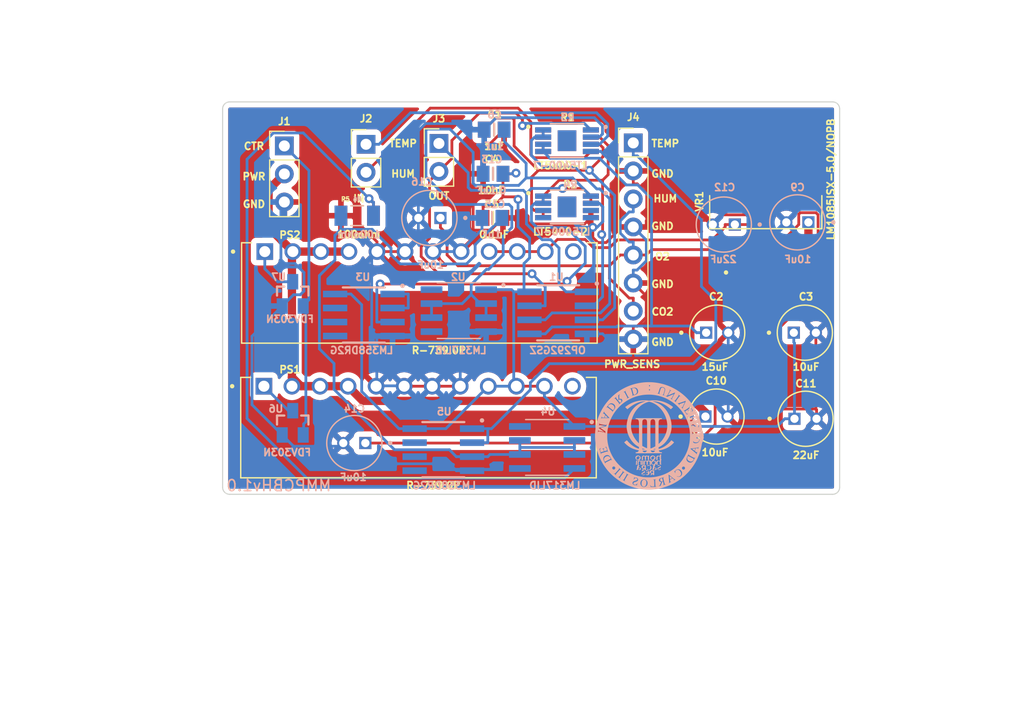
<source format=kicad_pcb>
(kicad_pcb (version 20211014) (generator pcbnew)
  (title_block (title "PCB Acondicionamiento Sensores Hojas") (date "2023-06-11") (company "UC3M"))
  (layers (0 "F.Cu" signal) (31 "B.Cu" signal) (34 "B.Paste" user) (35 "F.Paste" user) (36 "B.SilkS" user "B.Silkscreen") (37 "F.SilkS" user "F.Silkscreen") (38 "B.Mask" user) (39 "F.Mask" user) (44 "Edge.Cuts" user))
  (net 0 "")
  (net 1 "AUX+_TEMPERATURE")
  (net 2 "GND")
  (net 3 "AUX+_HUMIDITY")
  (net 4 "9V")
  (net 5 "0.25V")
  (net 6 "IN_TEMPERATURE")
  (net 7 "IN_HUMIDITY")
  (net 8 "OUT_TEMPERATURE")
  (net 9 "OUT_HUMIDITY")
  (net 10 "Net-(R1-Pad1)")
  (net 11 "Net-(R1-Pad3)")
  (net 12 "AUX-_TEMPERATURE")
  (net 13 "AUX-_HUMIDITY")
  (net 18 "Net-(R4-Pad7)")
  (net 19 "Net-(C6-Pad1)")
  (net 20 "PWR")
  (net 21 "Net-(C12-PadP)")
  (net 22 "Net-(C15-Pad1)")
  (net 23 "CTR")
  (net 24 "PWR_TEMP")
  (net 25 "Net-(PS1-Pad1)")
  (net 27 "Net-(PS2-Pad1)")
  (net 29 "Net-(R5-Pad2)")
  (net 30 "0.25")
  (net 38 "PWR_CO2")
  (footprint "CL21B103KBANNNC:CAPC2012X140N" (layer "F.Cu") (at 130 73)
    (fp_text reference "C1")
    (fp_text value "CL21B103KBANNNC" hide)
  )
  (footprint "EEUFC1H150:CAPPRD200W50D500H1100" (layer "F.Cu") (at 150.1375 99)
    (fp_text reference "C10")
    (fp_text value "EEUFC1H150" hide)
  )
  (footprint "EEUFC1H150:CAPPRD200W50D500H1100" (layer "F.Cu") (at 158.2 99.2)
    (fp_text reference "C11")
    (fp_text value "EEUFC1H150" hide)
  )
  (footprint "EEUFC1H150:CAPPRD200W50D500H1100" (layer "F.Cu") (at 158.1375 91.4)
    (fp_text reference "C3")
    (fp_text value "EEUFC1H150" hide)
  )
  (footprint "Connector_PinHeader_2.54mm:PinHeader_1x02_P2.54mm_Vertical" (layer "F.Cu") (at 125 74.25)
    (fp_text reference "J3")
    (fp_text value "Conn_01x02" hide)
  )
  (footprint "Connector_PinHeader_2.54mm:PinHeader_1x03_P2.54mm_Vertical" (layer "F.Cu") (at 111 74.475)
    (fp_text reference "J1")
    (fp_text value "Conn_01x03" hide)
  )
  (footprint "LT5400BCMS8E-6_PBF:SOP65P490X110-9N" (layer "F.Cu") (at 136.6 74)
    (fp_text reference "R1")
    (fp_text value "LT5400BCMS8E-6#PBF" hide)
  )
  (footprint "Connector_PinHeader_2.54mm:PinHeader_1x02_P2.54mm_Vertical" (layer "F.Cu") (at 118.4 74.325)
    (fp_text reference "J2")
    (fp_text value "Conn_01x02" hide)
  )
  (footprint "CL21B103KBANNNC:CAPC2012X140N" (layer "F.Cu") (at 129.9 77)
    (fp_text reference "C4")
    (fp_text value "CL21B103KBANNNC" hide)
  )
  (footprint "RG3216P-1000-B-T1:RESC3216X50N" (layer "F.Cu") (at 117.6 80.8)
    (fp_text reference "R5")
    (fp_text value "RG3216P-1000-B-T1" hide)
  )
  (footprint "Connector_PinHeader_2.54mm:PinHeader_1x08_P2.54mm_Vertical" (layer "F.Cu") (at 142.6 74.2)
    (fp_text reference "J4")
    (fp_text value "Conn_01x08" hide)
  )
  (footprint "CL21B103KBANNNC:CAPC2012X140N" (layer "F.Cu") (at 129.9 81)
    (fp_text reference "C5")
    (fp_text value "CL21B103KBANNNC" hide)
  )
  (footprint "LM1085ISX-5.0_NOPB:TO254P1435X464-4N" (layer "F.Cu") (at 154.6 79.4 90)
    (fp_text reference "VR1")
    (fp_text value "LM1085ISX-5.0/NOPB" hide)
  )
  (footprint "LT5400BCMS8E-6_PBF:SOP65P490X110-9N" (layer "F.Cu") (at 136.6 80)
    (fp_text reference "R2")
    (fp_text value "LT5400BCMS8E-6#PBF" hide)
  )
  (footprint "EEUFC1H150:CAPPRD200W50D500H1100" (layer "F.Cu") (at 150.2 91.4)
    (fp_text reference "C2")
    (fp_text value "EEUFC1H150" hide)
  )
  (footprint "R-739.0P:CONV_R-739.0P" (layer "F.Cu") (at 123.2 87.8)
    (fp_text reference "PS2")
    (fp_text value "R-739.0P" hide)
  )
  (footprint "R-739.0P:CONV_R-739.0P" (layer "F.Cu") (at 123.12 100)
    (fp_text reference "PS1")
    (fp_text value "R-739.0P")
  )
  (footprint "LM317LID:SOIC127P599X175-8N" (layer "B.Cu") (at 134.8 101.8 180)
    (fp_text reference "U4")
    (fp_text value "LM317LID")
  )
  (footprint "CL21B103KBANNNC:CAPC2012X140N" (layer "B.Cu") (at 129.9 77 180)
    (fp_text reference "C13")
    (fp_text value "CL21B103KBANNNC" hide)
  )
  (footprint "LM358DR2G:SOIC127P600X175-8N" (layer "B.Cu") (at 135.8 89.6 180)
    (fp_text reference "U1")
    (fp_text value "OP292GSZ-REEL" hide)
  )
  (footprint "LT5400BCMS8E-6_PBF:SOP65P490X110-9N" (layer "B.Cu") (at 136.6 74 180)
    (fp_text reference "R3")
    (fp_text value "LT5400BCMS8E-6#PBF" hide)
  )
  (footprint "LM358DR2G:SOIC127P600X175-8N" (layer "B.Cu") (at 118.2 89.8 180)
    (fp_text reference "U3")
    (fp_text value "LM358DR2G" hide)
  )
  (footprint "EEUFC1H150:CAPPRD200W50D500H1100" (layer "B.Cu") (at 117.3375 101.4 180)
    (fp_text reference "C14")
    (fp_text value "EEUFC1H150")
  )
  (footprint "EEUFC1H150:CAPPRD200W50D500H1100" (layer "B.Cu") (at 150.8 81.6 180)
    (fp_text reference "C12")
    (fp_text value "EEUFC1H150" hide)
  )
  (footprint "Logo:Logo2" (layer "B.Cu") (at 144 100.75 180)
    (fp_text reference "G")
    (fp_text value "L" hide)
  )
  (footprint "LM317LID:SOIC127P599X175-8N" (layer "B.Cu") (at 126.8 89.4 180)
    (fp_text reference "U2")
    (fp_text value "LM317LID" hide)
  )
  (footprint "RG3216P-1000-B-T1:RESC3216X50N" (layer "B.Cu") (at 117.6 80.8 180)
    (fp_text reference "R6")
    (fp_text value "RG3216P-1000-B-T1" hide)
  )
  (footprint "FDV303N:SOT23" (layer "B.Cu") (at 111.76 99.568 180)
    (fp_text reference "U6")
    (fp_text value "FDV303N" hide)
  )
  (footprint "EEUFC1H150:CAPPRD200W50D500H1100" (layer "B.Cu") (at 124.1375 81 180)
    (fp_text reference "C16")
    (fp_text value "EEUFC1H150" hide)
  )
  (footprint "CL21B103KBANNNC:CAPC2012X140N" (layer "B.Cu") (at 129.8 81 180)
    (fp_text reference "C15")
    (fp_text value "CL21B103KBANNNC" hide)
  )
  (footprint "LT5400BCMS8E-6_PBF:SOP65P490X110-9N" (layer "B.Cu") (at 136.6 80 180)
    (fp_text reference "R4")
    (fp_text value "LT5400BCMS8E-6#PBF" hide)
  )
  (footprint "LM358DR2G:SOIC127P600X175-8N" (layer "B.Cu") (at 125.4 102 180)
    (fp_text reference "U5")
    (fp_text value "LM358DR2G")
  )
  (footprint "CL21B103KBANNNC:CAPC2012X140N" (layer "B.Cu") (at 130 73 180)
    (fp_text reference "C6")
    (fp_text value "CL21B103KBANNNC" hide)
  )
  (footprint "EEUFC1H150:CAPPRD200W50D500H1100" (layer "B.Cu") (at 157.4625 81.4 180)
    (fp_text reference "C9")
    (fp_text value "EEUFC1H150" hide)
  )
  (footprint "FDV303N:SOT23" (layer "B.Cu") (at 111.76 87.884 180)
    (fp_text reference "U7")
    (fp_text value "FDV303N" hide)
  )
  (gr_arc (start 105.41 71.12) (mid 105.595987 70.670987) (end 106.045 70.485) (layer "Edge.Cuts") (width 0.1))
  (gr_line (start 106.045 106.045) (end 160.655 106.045) (layer "Edge.Cuts") (width 0.1))
  (gr_arc (start 160.655 70.485) (mid 161.104013 70.670987) (end 161.29 71.12) (layer "Edge.Cuts") (width 0.1))
  (gr_line (start 106.045 70.485) (end 160.655 70.485) (layer "Edge.Cuts") (width 0.1))
  (gr_line (start 161.29 105.41) (end 161.29 71.12) (layer "Edge.Cuts") (width 0.1))
  (gr_arc (start 161.29 105.41) (mid 161.104013 105.859013) (end 160.655 106.045) (layer "Edge.Cuts") (width 0.1))
  (gr_arc (start 106.045 106.045) (mid 105.595987 105.859013) (end 105.41 105.41) (layer "Edge.Cuts") (width 0.1))
  (gr_line (start 105.41 71.12) (end 105.41 105.41) (layer "Edge.Cuts") (width 0.1))
  (gr_text "10uF" (at 157.5 84.75) (layer "B.SilkS") (effects (font (size 0.65 0.65)) (justify mirror)))
  (gr_text "100ohm" (at 117.75 82.5) (layer "B.SilkS") (effects (font (size 0.65 0.65)) (justify mirror)))
  (gr_text "FDV303N" (at 111.506 90.17) (layer "B.SilkS") (effects (font (size 0.65 0.65)) (justify mirror)))
  (gr_text "OP292GSZ" (at 135.75 93) (layer "B.SilkS") (effects (font (size 0.65 0.65)) (justify mirror)))
  (gr_text "1uF" (at 130 74.5) (layer "B.SilkS") (effects (font (size 0.65 0.65)) (justify mirror)))
  (gr_text "10uF" (at 117.25 104.5) (layer "B.SilkS") (effects (font (size 0.65 0.65)) (justify mirror)))
  (gr_text "0.1uF" (at 129.75 78.5) (layer "B.SilkS") (effects (font (size 0.65 0.65)) (justify mirror)))
  (gr_text "1uF" (at 129.75 82.5) (layer "B.SilkS") (effects (font (size 0.65 0.65)) (justify mirror)))
  (gr_text "LT5400-7" (at 136 76.25) (layer "B.SilkS") (effects (font (size 0.65 0.65)) (justify mirror)))
  (gr_text "FDV303N" (at 111.25 102.25) (layer "B.SilkS") (effects (font (size 0.65 0.65)) (justify mirror)))
  (gr_text "22uF" (at 150.75 84.75) (layer "B.SilkS") (effects (font (size 0.65 0.65)) (justify mirror)))
  (gr_text "MMPCBHv1.0" (at 110.5 105.25) (layer "B.SilkS") (effects (font (size 1 1)) (justify mirror)))
  (gr_text "LM358DR2G" (at 118 93) (layer "B.SilkS") (effects (font (size 0.65 0.65)) (justify mirror)))
  (gr_text "LT5400-7" (at 136.25 82.25) (layer "B.SilkS") (effects (font (size 0.65 0.65)) (justify mirror)))
  (gr_text "LM317LID" (at 135.5 105.25) (layer "B.SilkS") (effects (font (size 0.65 0.65)) (justify mirror)))
  (gr_text "10uF" (at 124.25 85.25) (layer "B.SilkS") (effects (font (size 0.65 0.65)) (justify mirror)))
  (gr_text "LM358DR2G" (at 125.5 105.25) (layer "B.SilkS") (effects (font (size 0.65 0.65)) (justify mirror)))
  (gr_text "LM317LID" (at 127 93) (layer "B.SilkS") (effects (font (size 0.65 0.65)) (justify mirror)))
  (gr_text "10nF" (at 129.75 78.5) (layer "F.SilkS") (effects (font (size 0.65 0.65))))
  (gr_text "HUM" (at 121.75 77) (layer "F.SilkS") (effects (font (size 0.65 0.65))))
  (gr_text "22uF" (at 158.25 102.5) (layer "F.SilkS") (effects (font (size 0.65 0.65))))
  (gr_text "100ohm" (at 117.75 82.5) (layer "F.SilkS") (effects (font (size 0.65 0.65))))
  (gr_text "CTR" (at 108.25 74.5) (layer "F.SilkS") (effects (font (size 0.65 0.65))))
  (gr_text "CO2" (at 145.25 89.5) (layer "F.SilkS") (effects (font (size 0.65 0.65))))
  (gr_text "PWR_SENS" (at 142.5 94.25) (layer "F.SilkS") (effects (font (size 0.65 0.65))))
  (gr_text "LT5400-2" (at 136 82.25) (layer "F.SilkS") (effects (font (size 0.65 0.65))))
  (gr_text "1uF" (at 130 74.5) (layer "F.SilkS") (effects (font (size 0.65 0.65))))
  (gr_text "0.1uF" (at 130 82.5) (layer "F.SilkS") (effects (font (size 0.65 0.65))))
  (gr_text "10uF" (at 150 102.25) (layer "F.SilkS") (effects (font (size 0.65 0.65))))
  (gr_text "TEMP" (at 145.5 74.25) (layer "F.SilkS") (effects (font (size 0.65 0.65))))
  (gr_text "LM1085ISX-5.0/NOPB" (at 160.5 77.5 90) (layer "F.SilkS") (effects (font (size 0.65 0.65))))
  (gr_text "OUT" (at 125 79) (layer "F.SilkS") (effects (font (size 0.65 0.65))))
  (gr_text "HUM\n" (at 145.5 79.25) (layer "F.SilkS") (effects (font (size 0.65 0.65))))
  (gr_text "R-739.0P" (at 125 93) (layer "F.SilkS") (effects (font (size 0.65 0.65))))
  (gr_text "GND" (at 145.25 87) (layer "F.SilkS") (effects (font (size 0.65 0.65))))
  (gr_text "GND" (at 145.25 92.25) (layer "F.SilkS") (effects (font (size 0.65 0.65))))
  (gr_text "10uF" (at 158.25 94.5) (layer "F.SilkS") (effects (font (size 0.65 0.65))))
  (gr_text "15uF" (at 150 94.5) (layer "F.SilkS") (effects (font (size 0.65 0.65))))
  (gr_text "PWR" (at 108.25 77.25) (layer "F.SilkS") (effects (font (size 0.65 0.65))))
  (gr_text "R-739.0P" (at 124.5 105.25) (layer "F.SilkS") (effects (font (size 0.65 0.65))))
  (gr_text "TEMP" (at 121.75 74.25) (layer "F.SilkS") (effects (font (size 0.65 0.65))))
  (gr_text "O2\n" (at 145.25 84.5) (layer "F.SilkS") (effects (font (size 0.65 0.65))))
  (gr_text "IN" (at 117.75 79.25) (layer "F.SilkS") (effects (font (size 0.65 0.65))))
  (gr_text "GND" (at 145.25 77) (layer "F.SilkS") (effects (font (size 0.65 0.65))))
  (gr_text "LT5400-1" (at 136 76.25) (layer "F.SilkS") (effects (font (size 0.65 0.65))))
  (gr_text "GND" (at 108.25 79.75) (layer "F.SilkS") (effects (font (size 0.65 0.65))))
  (gr_text "GND" (at 145.25 81.75) (layer "F.SilkS") (effects (font (size 0.65 0.65))))
  (segment (start 131.671289 71.950489) (end 131.8083 72.0875) (width 0.25) (layer "F.Cu") (net 1))
  (segment (start 134.44 80.975) (end 134.44 80.325) (width 0.25) (layer "F.Cu") (net 1))
  (segment (start 139.8675 74.6456) (end 139.8675 75.4375) (width 0.25) (layer "F.Cu") (net 1))
  (segment (start 133.6397 80.325) (end 134.44 80.325) (width 0.25) (layer "F.Cu") (net 1))
  (segment (start 138.76 74.325) (end 139.5469 74.325) (width 0.25) (layer "F.Cu") (net 1))
  (segment (start 133.3895 77.3023) (end 133.3895 80.0748) (width 0.25) (layer "F.Cu") (net 1))
  (segment (start 129.1 73) (end 130.149511 71.950489) (width 0.25) (layer "F.Cu") (net 1))
  (segment (start 134.0084 76.6834) (end 133.3895 77.3023) (width 0.25) (layer "F.Cu") (net 1))
  (segment (start 131.8083 74.4833) (end 134.0084 76.6834) (width 0.25) (layer "F.Cu") (net 1))
  (segment (start 134.0084 76.6834) (end 138.6216 76.6834) (width 0.25) (layer "F.Cu") (net 1))
  (segment (start 131.8083 72.0875) (end 131.8083 74.4833) (width 0.25) (layer "F.Cu") (net 1))
  (segment (start 133.3895 80.0748) (end 133.6397 80.325) (width 0.25) (layer "F.Cu") (net 1))
  (segment (start 139.8675 75.4375) (end 138.6265 76.6785) (width 0.25) (layer "F.Cu") (net 1))
  (segment (start 138.6216 76.6834) (end 138.6265 76.6785) (width 0.25) (layer "F.Cu") (net 1))
  (segment (start 139.5469 74.325) (end 139.8675 74.6456) (width 0.25) (layer "F.Cu") (net 1))
  (segment (start 130.149511 71.950489) (end 131.671289 71.950489) (width 0.25) (layer "F.Cu") (net 1))
  (via (at 138.6265 76.6785) (size 0.8) (drill 0.4) (layers "F.Cu" "B.Cu") (net 1))
  (segment (start 138.4 90.235) (end 139.8253 90.235) (width 0.25) (layer "B.Cu") (net 1))
  (segment (start 140.9159 78.9679) (end 138.6265 76.6785) (width 0.25) (layer "B.Cu") (net 1))
  (segment (start 139.8253 90.235) (end 140.9159 89.1444) (width 0.25) (layer "B.Cu") (net 1))
  (segment (start 140.9159 89.1444) (end 140.9159 78.9679) (width 0.25) (layer "B.Cu") (net 1))
  (segment (start 149.7968 89.5735) (end 149.7968 89.9968) (width 0.25) (layer "F.Cu") (net 2))
  (segment (start 143.7753 81.2671) (end 143.8205 81.2219) (width 0.25) (layer "F.Cu") (net 2))
  (segment (start 143.7753 81.82) (end 143.7753 81.2671) (width 0.25) (layer "F.Cu") (net 2))
  (segment (start 129 77) (end 128.0997 77) (width 0.25) (layer "F.Cu") (net 2))
  (segment (start 119.39 84.05) (end 121.93 84.05) (width 0.25) (layer "F.Cu") (net 2))
  (segment (start 143.8205 81.2219) (end 149.4219 81.2219) (width 0.25) (layer "F.Cu") (net 2))
  (segment (start 152.06 85.59) (end 152.06 87.3103) (width 0.25) (layer "F.Cu") (net 2))
  (segment (start 128.0996 82.1013) (end 128.0997 82.1013) (width 0.25) (layer "F.Cu") (net 2))
  (segment (start 138.76 80.975) (end 138.76 80.325) (width 0.25) (layer "F.Cu") (net 2))
  (segment (start 149.7968 89.9968) (end 151.2 91.4) (width 0.25) (layer "F.Cu") (net 2))
  (segment (start 138.9367 82.7683) (end 139.3989 83.2305) (width 0.25) (layer "F.Cu") (net 2))
  (segment (start 138.9367 81.8525) (end 138.9367 82.7683) (width 0.25) (layer "F.Cu") (net 2))
  (segment (start 127.01 84.05) (end 128.0996 82.9604) (width 0.25) (layer "F.Cu") (net 2))
  (segment (start 132.2408 81.5405) (end 138.1945 81.5405) (width 0.25) (layer "F.Cu") (net 2))
  (segment (start 116.125 80.8) (end 117.0303 80.8) (width 0.25) (layer "F.Cu") (net 2))
  (segment (start 142.6 90.8047) (end 142.9673 90.8047) (width 0.25) (layer "F.Cu") (net 2))
  (segment (start 150.681 80.719) (end 155.7815 80.719) (width 0.25) (layer "F.Cu") (net 2))
  (segment (start 128.0996 82.9604) (end 128.0996 82.1013) (width 0.25) (layer "F.Cu") (net 2))
  (segment (start 142.6 91.98) (end 142.6 90.8047) (width 0.25) (layer "F.Cu") (net 2))
  (segment (start 152.06 87.3103) (end 149.7968 89.5735) (width 0.25) (layer "F.Cu") (net 2))
  (segment (start 159.2 99.2) (end 159.2 98.3784) (width 0.25) (layer "F.Cu") (net 2))
  (segment (start 131.7003 81) (end 132.2408 81.5405) (width 0.25) (layer "F.Cu") (net 2))
  (segment (start 128.0997 82.1013) (end 128.0997 77) (width 0.25) (layer "F.Cu") (net 2))
  (segment (start 119.39 84.05) (end 119.39 83.1597) (width 0.25) (layer "F.Cu") (net 2))
  (segment (start 143.7754 89.5735) (end 149.7968 89.5735) (width 0.25) (layer "F.Cu") (net 2))
  (segment (start 142.6 76.74) (end 142.6 77.9153) (width 0.25) (layer "F.Cu") (net 2))
  (segment (start 149.4219 81.2219) (end 149.8 81.6) (width 0.25) (layer "F.Cu") (net 2))
  (segment (start 143.7754 89.9966) (end 143.7754 89.5735) (width 0.25) (layer "F.Cu") (net 2))
  (segment (start 142.9673 77.9153) (end 142.6 77.9153) (width 0.25) (layer "F.Cu") (net 2))
  (segment (start 142.6 81.82) (end 143.7753 81.82) (width 0.25) (layer "F.Cu") (net 2))
  (segment (start 138.4096 81.3254) (end 138.9367 81.8525) (width 0.25) (layer "F.Cu") (net 2))
  (segment (start 151.8216 98.3159) (end 151.1375 99) (width 0.25) (layer "F.Cu") (net 2))
  (segment (start 130.8 81) (end 131.7003 81) (width 0.25) (layer "F.Cu") (net 2))
  (segment (start 141.4247 81.9543) (end 141.4247 81.82) (width 0.25) (layer "F.Cu") (net 2))
  (segment (start 124.39 96.25) (end 121.85 96.25) (width 0.25) (layer "F.Cu") (net 2))
  (segment (start 111 79.555) (end 112.1753 79.555) (width 0.25) (layer "F.Cu") (net 2))
  (segment (start 142.9673 90.8047) (end 143.7754 89.9966) (width 0.25) (layer "F.Cu") (net 2))
  (segment (start 143.7754 88.0754) (end 142.6 86.9) (width 0.25) (layer "F.Cu") (net 2))
  (segment (start 130.9 73) (end 129 74.9) (width 0.25) (layer "F.Cu") (net 2))
  (segment (start 113.4203 80.8) (end 116.125 80.8) (width 0.25) (layer "F.Cu") (net 2))
  (segment (start 159.1375 98.3159) (end 151.8216 98.3159) (width 0.25) (layer "F.Cu") (net 2))
  (segment (start 128.0997 82.1013) (end 129.6987 82.1013) (width 0.25) (layer "F.Cu") (net 2))
  (segment (start 142.6 81.82) (end 141.4247 81.82) (width 0.25) (layer "F.Cu") (net 2))
  (segment (start 143.7754 89.5735) (end 143.7754 88.0754) (width 0.25) (layer "F.Cu") (net 2))
  (segment (start 138.1945 81.5405) (end 138.4096 81.3254) (width 0.25) (layer "F.Cu") (net 2))
  (segment (start 129 74.9) (end 129 77) (width 0.25) (layer "F.Cu") (net 2))
  (segment (start 159.1375 91.4) (end 159.1375 98.3159) (width 0.25) (layer "F.Cu") (net 2))
  (segment (start 139.3989 83.2305) (end 140.1485 83.2305) (width 0.25) (layer "F.Cu") (net 2))
  (segment (start 138.4096 81.3254) (end 138.76 80.975) (width 0.25) (layer "F.Cu") (net 2))
  (segment (start 112.1753 79.555) (end 113.4203 80.8) (width 0.25) (layer "F.Cu") (net 2))
  (segment (start 159.2 98.3784) (end 159.1375 98.3159) (width 0.25) (layer "F.Cu") (net 2))
  (segment (start 143.8205 78.7685) (end 142.9673 77.9153) (width 0.25) (layer "F.Cu") (net 2))
  (segment (start 129.6987 82.1013) (end 130.8 81) (width 0.25) (layer "F.Cu") (net 2))
  (segment (start 149.8 81.6) (end 150.681 80.719) (width 0.25) (layer "F.Cu") (net 2))
  (segment (start 124.39 96.25) (end 126.93 96.25) (width 0.25) (layer "F.Cu") (net 2))
  (segment (start 155.7815 80.719) (end 156.4625 81.4) (width 0.25) (layer "F.Cu") (net 2))
  (segment (start 119.39 83.1597) (end 117.0303 80.8) (width 0.25) (layer "F.Cu") (net 2))
  (segment (start 143.8205 81.2219) (end 143.8205 78.7685) (width 0.25) (layer "F.Cu") (net 2))
  (segment (start 140.1485 83.2305) (end 141.4247 81.9543) (width 0.25) (layer "F.Cu") (net 2))
  (via (at 138.9367 81.8525) (size 0.8) (drill 0.4) (layers "F.Cu" "B.Cu") (net 2))
  (segment (start 139.5236 79.675) (end 139.8419 79.9933) (width 0.25) (layer "B.Cu") (net 2))
  (segment (start 126.93 96.25) (end 126.93 93.645) (width 0.25) (layer "B.Cu") (net 2))
  (segment (start 108.071489 91.722511) (end 110.81 88.984) (width 0.25) (layer "B.Cu") (net 2))
  (segment (start 111.834511 101.692511) (end 116.044989 101.692511) (width 0.25) (layer "B.Cu") (net 2))
  (segment (start 138.76 73.675) (end 139.5294 73.675) (width 0.25) (layer "B.Cu") (net 2))
  (segment (start 139.8419 81.3314) (end 139.3208 81.8525) (width 0.25) (layer "B.Cu") (net 2))
  (segment (start 121.93 84.05) (end 123.1375 82.8425) (width 0.25) (layer "B.Cu") (net 2))
  (segment (start 121.8176 96.2176) (end 121.85 96.25) (width 0.25) (layer "B.Cu") (net 2))
  (segment (start 143.7831 83.0031) (end 143.7831 84.8872) (width 0.25) (layer "B.Cu") (net 2))
  (segment (start 139.3208 81.8525) (end 138.9367 81.8525) (width 0.25) (layer "B.Cu") (net 2))
  (segment (start 129.1 73) (end 128.1997 73) (width 0.25) (layer "B.Cu") (net 2))
  (segment (start 119.31 96.25) (end 119.3424 96.2176) (width 0.25) (layer "B.Cu") (net 2))
  (segment (start 129 77) (end 129 75.9497) (width 0.25) (layer "B.Cu") (net 2))
  (segment (start 129.1 73.5251) (end 129.1 73) (width 0.25) (layer "B.Cu") (net 2))
  (segment (start 110.691489 80.062511) (end 110.691489 84.783489) (width 0.25) (layer "B.Cu") (net 2))
  (segment (start 125.9494 103.2797) (end 126.5747 103.905) (width 0.25) (layer "B.Cu") (net 2))
  (segment (start 112.776 85.950978) (end 112.776 87.63) (width 0.25) (layer "B.Cu") (net 2))
  (segment (start 123.1375 82.8425) (end 123.1375 81) (width 0.25) (layer "B.Cu") (net 2))
  (segment (start 128.9 81.5251) (end 128.9 81) (width 0.25) (layer "B.Cu") (net 2))
  (segment (start 111.036511 85.128511) (end 111.953533 85.128511) (width 0.25) (layer "B.Cu") (net 2))
  (segment (start 119.3424 96.2176) (end 119.3747 96.2176) (width 0.25) (layer "B.Cu") (net 2))
  (segment (start 111.834511 87.959489) (end 110.81 88.984) (width 0.25) (layer "B.Cu") (net 2))
  (segment (start 142.9456 85.7247) (end 142.6 85.7247) (width 0.25) (layer "B.Cu") (net 2))
  (segment (start 127.01 84.05) (end 127.01 83.9403) (width 0.25) (layer "B.Cu") (net 2))
  (segment (start 141.4247 76.74) (end 139.6597 74.975) (width 0.25) (layer "B.Cu") (net 2))
  (segment (start 127.6492 72.4495) (end 128.1997 73) (width 0.25) (layer "B.Cu") (net 2))
  (segment (start 111 79.754) (end 110.691489 80.062511) (width 0.25) (layer "B.Cu") (net 2))
  (segment (start 116.044989 101.692511) (end 116.3375 101.4) (width 0.25) (layer "B.Cu") (net 2))
  (segment (start 123.7842 72.4495) (end 127.6492 72.4495) (width 0.25) (layer "B.Cu") (net 2))
  (segment (start 118.2172 103.2797) (end 125.9494 103.2797) (width 0.25) (layer "B.Cu") (net 2))
  (segment (start 129.1 75.8497) (end 129.1 74.0503) (width 0.25) (layer "B.Cu") (net 2))
  (segment (start 110.81 100.668) (end 111.834511 101.692511) (width 0.25) (layer "B.Cu") (net 2))
  (segment (start 139.8419 79.9933) (end 139.8419 81.3314) (width 0.25) (layer "B.Cu") (net 2))
  (segment (start 139.8105 73.3939) (end 139.8105 72.6549) (width 0.25) (layer "B.Cu") (net 2))
  (segment (start 112.776 87.63) (end 112.446511 87.959489) (width 0.25) (layer "B.Cu") (net 2))
  (segment (start 118.9107 84.5293) (end 118.9107 91.241) (width 0.25) (layer "B.Cu") (net 2))
  (segment (start 138.4 91.505) (end 139.8253 91.505) (width 0.25) (layer "B.Cu") (net 2))
  (segment (start 129 75.9497) (end 129.1 75.8497) (width 0.25) (layer "B.Cu") (net 2))
  (segment (start 119.3747 96.2176) (end 121.8176 96.2176) (width 0.25) (layer "B.Cu") (net 2))
  (segment (start 123.1375 73.0962) (end 123.7842 72.4495) (width 0.25) (layer "B.Cu") (net 2))
  (segment (start 126.93 93.645) (end 129.27 91.305) (width 0.25) (layer "B.Cu") (net 2))
  (segment (start 123.1375 81) (end 123.1375 73.0962) (width 0.25) (layer "B.Cu") (net 2))
  (segment (start 129.1 73.5251) (end 129.1 74.0503) (width 0.25) (layer "B.Cu") (net 2))
  (segment (start 124.345 84.05) (end 123.1375 82.8425) (width 0.25) (layer "B.Cu") (net 2))
  (segment (start 111 79.555) (end 111 79.754) (width 0.25) (layer "B.Cu") (net 2))
  (segment (start 151.2 91.4) (end 151.2 98.9375) (width 0.25) (layer "B.Cu") (net 2))
  (segment (start 143.7831 84.8872) (end 142.9456 85.7247) (width 0.25) (layer "B.Cu") (net 2))
  (segment (start 139.6597 74.975) (end 138.76 74.975) (width 0.25) (layer "B.Cu") (net 2))
  (segment (start 110.81 100.668) (end 108.071489 97.929489) (width 0.25) (layer "B.Cu") (net 2))
  (segment (start 151.2 98.9375) (end 151.1375 99) (width 0.25) (layer "B.Cu") (net 2))
  (segment (start 119.39 84.05) (end 118.9107 84.5293) (width 0.25) (layer "B.Cu") (net 2))
  (segment (start 124.47 84.05) (end 124.345 84.05) (width 0.25) (layer "B.Cu") (net 2))
  (segment (start 111.953533 85.128511) (end 112.776 85.950978) (width 0.25) (layer "B.Cu") (net 2))
  (segment (start 139.0732 71.9176) (end 130.1824 71.9176) (width 0.25) (layer "B.Cu") (net 2))
  (segment (start 139.8105 72.6549) (end 139.0732 71.9176) (width 0.25) (layer "B.Cu") (net 2))
  (segment (start 127.01 84.05) (end 124.47 84.05) (width 0.25) (layer "B.Cu") (net 2))
  (segment (start 139.5294 73.675) (end 139.8105 73.3939) (width 0.25) (layer "B.Cu") (net 2))
  (segment (start 112.446511 87.959489) (end 111.834511 87.959489) (width 0.25) (layer "B.Cu") (net 2))
  (segment (start 142.6 86.9) (end 142.6 85.7247) (width 0.25) (layer "B.Cu") (net 2))
  (segment (start 142.6 76.74) (end 141.4247 76.74) (width 0.25) (layer "B.Cu") (net 2))
  (segment (start 119.3747 96.2176) (end 119.3747 91.705) (width 0.25) (layer "B.Cu") (net 2))
  (segment (start 120.8 91.705) (end 119.3747 91.705) (width 0.25) (layer "B.Cu") (net 2))
  (segment (start 142.6 81.82) (end 143.7831 83.0031) (width 0.25) (layer "B.Cu") (net 2))
  (segment (start 128 103.905) (end 126.5747 103.905) (width 0.25) (layer "B.Cu") (net 2))
  (segment (start 108.071489 97.929489) (end 108.071489 91.722511) (width 0.25) (layer "B.Cu") (net 2))
  (segment (start 110.691489 84.783489) (end 111.036511 85.128511) (width 0.25) (layer "B.Cu") (net 2))
  (segment (start 128.9 81.5251) (end 128.9 82.0503) (width 0.25) (layer "B.Cu") (net 2))
  (segment (start 127.01 83.9403) (end 128.9 82.0503) (width 0.25) (layer "B.Cu") (net 2))
  (segment (start 140.3003 91.98) (end 139.8253 91.505) (width 0.25) (layer "B.Cu") (net 2))
  (segment (start 118.9107 91.241) (end 119.3747 91.705) (width 0.25) (layer "B.Cu") (net 2))
  (segment (start 116.3375 101.4) (end 118.2172 103.2797) (width 0.25) (layer "B.Cu") (net 2))
  (segment (start 130.1824 71.9176) (end 129.1 73) (width 0.25) (layer "B.Cu") (net 2))
  (segment (start 138.76 79.675) (end 139.5236 79.675) (width 0.25) (layer "B.Cu") (net 2))
  (segment (start 142.6 91.98) (end 140.3003 91.98) (width 0.25) (layer "B.Cu") (net 2))
  (segment (start 133.2 91.505) (end 134.6253 91.505) (width 0.25) (layer "B.Cu") (net 3))
  (segment (start 141.0814 90.8797) (end 135.2506 90.8797) (width 0.25) (layer "B.Cu") (net 3))
  (segment (start 148.3247 91.4) (end 147.7217 90.797) (width 0.25) (layer "B.Cu") (net 3))
  (segment (start 141.1641 90.797) (end 141.0814 90.8797) (width 0.25) (layer "B.Cu") (net 3))
  (segment (start 135.0525 75.5875) (end 139.5473 75.5875) (width 0.25) (layer "B.Cu") (net 3))
  (segment (start 141.9698 78.01) (end 143.0038 78.01) (width 0.25) (layer "B.Cu") (net 3))
  (segment (start 134.44 74.325) (end 134.44 74.975) (width 0.25) (layer "B.Cu") (net 3))
  (segment (start 135.2506 90.8797) (end 134.6253 91.505) (width 0.25) (layer "B.Cu") (net 3))
  (segment (start 143.0038 78.01) (end 144.2583 79.2645) (width 0.25) (layer "B.Cu") (net 3))
  (segment (start 147.7217 90.797) (end 144.2583 90.797) (width 0.25) (layer "B.Cu") (net 3))
  (segment (start 134.44 74.975) (end 135.0525 75.5875) (width 0.25) (layer "B.Cu") (net 3))
  (segment (start 149.2 91.4) (end 148.3247 91.4) (width 0.25) (layer "B.Cu") (net 3))
  (segment (start 144.2583 79.2645) (end 144.2583 90.797) (width 0.25) (layer "B.Cu") (net 3))
  (segment (start 144.2583 90.797) (end 141.1641 90.797) (width 0.25) (layer "B.Cu") (net 3))
  (segment (start 139.5473 75.5875) (end 141.9698 78.01) (width 0.25) (layer "B.Cu") (net 3))
  (segment (start 130.8 79.0898) (end 130.8 77) (width 0.25) (layer "F.Cu") (net 4))
  (segment (start 130.8 77) (end 131.9153 77) (width 0.25) (layer "F.Cu") (net 4))
  (segment (start 131.9153 77) (end 131.9781 76.9372) (width 0.25) (layer "F.Cu") (net 4))
  (segment (start 129 81) (end 129 79.9497) (width 0.25) (layer "F.Cu") (net 4))
  (segment (start 134.55 96.25) (end 132.01 96.25) (width 0.25) (layer "F.Cu") (net 4))
  (segment (start 131.9383 79.0898) (end 132.1647 79.3162) (width 0.25) (layer "F.Cu") (net 4))
  (segment (start 129.9401 79.9497) (end 130.8 79.0898) (width 0.25) (layer "F.Cu") (net 4))
  (segment (start 129 79.9497) (end 129.9401 79.9497) (width 0.25) (layer "F.Cu") (net 4))
  (segment (start 130.8 79.0898) (end 131.9383 79.0898) (width 0.25) (layer "F.Cu") (net 4))
  (via (at 131.9781 76.9372) (size 0.8) (drill 0.4) (layers "F.Cu" "B.Cu") (net 4))
  (via (at 132.1647 79.3162) (size 0.8) (drill 0.4) (layers "F.Cu" "B.Cu") (net 4))
  (segment (start 155.6297 99.895) (end 156.3247 99.2) (width 0.25) (layer "B.Cu") (net 4))
  (segment (start 131.7747 96.0147) (end 131.7747 87.695) (width 0.25) (layer "B.Cu") (net 4))
  (segment (start 132.1647 81.7852) (end 132.1647 79.3162) (width 0.25) (layer "B.Cu") (net 4))
  (segment (start 122.8 100.095) (end 121.3747 100.095) (width 0.25) (layer "B.Cu") (net 4))
  (segment (start 118.0054 88.8751) (end 117.0253 87.895) (width 0.25) (layer "B.Cu") (net 4))
  (segment (start 131.7747 96.0147) (end 131.5394 96.25) (width 0.25) (layer "B.Cu") (net 4))
  (segment (start 132.7057 85.1294) (end 133.2142 84.6209) (width 0.25) (layer "B.Cu") (net 4))
  (segment (start 131.5394 96.25) (end 129.47 96.25) (width 0.25) (layer "B.Cu") (net 4))
  (segment (start 133.2142 82.8347) (end 132.1647 81.7852) (width 0.25) (layer "B.Cu") (net 4))
  (segment (start 131.7003 77) (end 131.9153 77) (width 0.25) (layer "B.Cu") (net 4))
  (segment (start 129.27 87.495) (end 131.5747 87.495) (width 0.25) (layer "B.Cu") (net 4))
  (segment (start 121.3747 100.095) (end 118.0054 96.7257) (width 0.25) (layer "B.Cu") (net 4))
  (segment (start 133.2142 84.6209) (end 133.2142 82.8347) (width 0.25) (layer "B.Cu") (net 4))
  (segment (start 132.01 96.25) (end 131.7747 96.0147) (width 0.25) (layer "B.Cu") (net 4))
  (segment (start 157.2 99.2) (end 156.3247 99.2) (width 0.25) (layer "B.Cu") (net 4))
  (segment (start 157.1375 91.4) (end 157.1375 92.2753) (width 0.25) (layer "B.Cu") (net 4))
  (segment (start 157.2 92.3378) (end 157.2 99.2) (width 0.25) (layer "B.Cu") (net 4))
  (segment (start 131.9153 77) (end 131.9781 76.9372) (width 0.25) (layer "B.Cu") (net 4))
  (segment (start 134.55 96.25) (end 134.55 97.175) (width 0.25) (layer "B.Cu") (net 4))
  (segment (start 115.6 87.895) (end 117.0253 87.895) (width 0.25) (layer "B.Cu") (net 4))
  (segment (start 125.625 100.095) (end 122.8 100.095) (width 0.25) (layer "B.Cu") (net 4))
  (segment (start 134.55 97.175) (end 137.27 99.895) (width 0.25) (layer "B.Cu") (net 4))
  (segment (start 132.7057 87.695) (end 132.7057 85.1294) (width 0.25) (layer "B.Cu") (net 4))
  (segment (start 118.0054 96.7257) (end 118.0054 88.8751) (width 0.25) (layer "B.Cu") (net 4))
  (segment (start 130.8 77) (end 131.7003 77) (width 0.25) (layer "B.Cu") (net 4))
  (segment (start 131.5747 87.495) (end 131.7747 87.695) (width 0.25) (layer "B.Cu") (net 4))
  (segment (start 137.27 99.895) (end 155.6297 99.895) (width 0.25) (layer "B.Cu") (net 4))
  (segment (start 133.2 87.695) (end 132.7057 87.695) (width 0.25) (layer "B.Cu") (net 4))
  (segment (start 129.47 96.25) (end 125.625 100.095) (width 0.25) (layer "B.Cu") (net 4))
  (segment (start 132.7057 87.695) (end 131.7747 87.695) (width 0.25) (layer "B.Cu") (net 4))
  (segment (start 157.1375 92.2753) (end 157.2 92.3378) (width 0.25) (layer "B.Cu") (net 4))
  (segment (start 124.21451 71.05049) (end 132.17092 71.05049) (width 0.25) (layer "F.Cu") (net 6))
  (segment (start 133.012511 71.892081) (end 133.012511 71.979711) (width 0.25) (layer "F.Cu") (net 6))
  (segment (start 133.3176 75.2689) (end 133.5895 75.5408) (width 0.25) (layer "F.Cu") (net 6))
  (segment (start 118.4 76.865) (end 124.21451 71.05049) (width 0.25) (layer "F.Cu") (net 6))
  (segment (start 138.1942 75.5408) (end 138.76 74.975) (width 0.25) (layer "F.Cu") (net 6))
  (segment (start 133.012511 71.979711) (end 133.3176 72.2848) (width 0.25) (layer "F.Cu") (net 6))
  (segment (start 133.3176 72.2848) (end 133.3176 75.2689) (width 0.25) (layer "F.Cu") (net 6))
  (segment (start 132.17092 71.05049) (end 133.012511 71.892081) (width 0.25) (layer "F.Cu") (net 6))
  (segment (start 133.5895 75.5408) (end 138.1942 75.5408) (width 0.25) (layer "F.Cu") (net 6))
  (segment (start 122.4344 71.4659) (end 139.2743 71.4659) (width 0.25) (layer "B.Cu") (net 7))
  (segment (start 119.5753 74.325) (end 122.4344 71.4659) (width 0.25) (layer "B.Cu") (net 7))
  (segment (start 139.5454 74.325) (end 138.76 74.325) (width 0.25) (layer "B.Cu") (net 7))
  (segment (start 140.2882 73.5822) (end 139.5454 74.325) (width 0.25) (layer "B.Cu") (net 7))
  (segment (start 139.2743 71.4659) (end 140.2882 72.4798) (width 0.25) (layer "B.Cu") (net 7))
  (segment (start 140.2882 72.4798) (end 140.2882 73.5822) (width 0.25) (layer "B.Cu") (net 7))
  (segment (start 118.4 74.325) (end 119.5753 74.325) (width 0.25) (layer "B.Cu") (net 7))
  (segment (start 138.76 79.675) (end 138.76 79.025) (width 0.25) (layer "F.Cu") (net 8))
  (segment (start 138.0632 78.3282) (end 138.76 79.025) (width 0.25) (layer "F.Cu") (net 8))
  (segment (start 136.1946 78.3282) (end 138.0632 78.3282) (width 0.25) (layer "F.Cu") (net 8))
  (via (at 136.1946 78.3282) (size 0.8) (drill 0.4) (layers "F.Cu" "B.Cu") (net 8))
  (segment (start 127.650978 78.235704) (end 127.914296 78.499022) (width 0.25) (layer "B.Cu") (net 8))
  (segment (start 132.9291 81.5505) (end 132.9291 78.7785) (width 0.25) (layer "B.Cu") (net 8))
  (segment (start 138.4 87.695) (end 136.9747 87.695) (width 0.25) (layer "B.Cu") (net 8))
  (segment (start 136.9747 87.695) (end 136.5171 87.695) (width 0.25) (layer "B.Cu") (net 8))
  (segment (start 127.914296 78.499022) (end 132.649622 78.499022) (width 0.25) (layer "B.Cu") (net 8))
  (segment (start 135.1224 82.9706) (end 134.3492 82.9706) (width 0.25) (layer "B.Cu") (net 8))
  (segment (start 132.9291 78.7785) (end 133.3794 78.3282) (width 0.25) (layer "B.Cu") (net 8))
  (segment (start 135.8749 87.0528) (end 135.8749 83.7231) (width 0.25) (layer "B.Cu") (net 8))
  (segment (start 132.649622 78.499022) (end 132.9291 78.7785) (width 0.25) (layer "B.Cu") (net 8))
  (segment (start 125 74.25) (end 127.650978 76.900978) (width 0.25) (layer "B.Cu") (net 8))
  (segment (start 127.650978 76.900978) (end 127.650978 78.235704) (width 0.25) (layer "B.Cu") (net 8))
  (segment (start 134.3492 82.9706) (end 132.9291 81.5505) (width 0.25) (layer "B.Cu") (net 8))
  (segment (start 135.8749 83.7231) (end 135.1224 82.9706) (width 0.25) (layer "B.Cu") (net 8))
  (segment (start 136.5171 87.695) (end 135.8749 87.0528) (width 0.25) (layer "B.Cu") (net 8))
  (segment (start 133.3794 78.3282) (end 136.1946 78.3282) (width 0.25) (layer "B.Cu") (net 8))
  (segment (start 123.391489 83.603265) (end 123.391489 84.496735) (width 0.25) (layer "F.Cu") (net 9))
  (segment (start 125 76.79) (end 124.15 77.64) (width 0.25) (layer "F.Cu") (net 9))
  (segment (start 128.65 71.500978) (end 126.174511 73.976467) (width 0.25) (layer "F.Cu") (net 9))
  (segment (start 124.15 82.844754) (end 123.391489 83.603265) (width 0.25) (layer "F.Cu") (net 9))
  (segment (start 124.954554 86.0598) (end 133.4311 86.0598) (width 0.25) (layer "F.Cu") (net 9))
  (segment (start 126.174511 73.976467) (end 126.174511 75.615489) (width 0.25) (layer "F.Cu") (net 9))
  (segment (start 132.563 72.6457) (end 132.563 72.078274) (width 0.25) (layer "F.Cu") (net 9))
  (segment (start 123.391489 84.496735) (end 124.954554 86.0598) (width 0.25) (layer "F.Cu") (net 9))
  (segment (start 124.15 77.64) (end 124.15 82.844754) (width 0.25) (layer "F.Cu") (net 9))
  (segment (start 132.563 72.078274) (end 131.985704 71.500978) (width 0.25) (layer "F.Cu") (net 9))
  (segment (start 126.174511 75.615489) (end 125 76.79) (width 0.25) (layer "F.Cu") (net 9))
  (segment (start 131.985704 71.500978) (end 128.65 71.500978) (width 0.25) (layer "F.Cu") (net 9))
  (via (at 132.563 72.6457) (size 0.8) (drill 0.4) (layers "F.Cu" "B.Cu") (net 9))
  (via (at 133.4311 86.0598) (size 0.8) (drill 0.4) (layers "F.Cu" "B.Cu") (net 9))
  (segment (start 138.1648 72.4298) (end 132.7789 72.4298) (width 0.25) (layer "B.Cu") (net 9))
  (segment (start 133.2 88.965) (end 134.6253 88.965) (width 0.25) (layer "B.Cu") (net 9))
  (segment (start 133.4311 86.0598) (end 134.6253 87.254) (width 0.25) (layer "B.Cu") (net 9))
  (segment (start 134.6253 87.254) (end 134.6253 88.965) (width 0.25) (layer "B.Cu") (net 9))
  (segment (start 138.76 73.025) (end 138.1648 72.4298) (width 0.25) (layer "B.Cu") (net 9))
  (segment (start 132.7789 72.4298) (end 132.563 72.6457) (width 0.25) (layer "B.Cu") (net 9))
  (segment (start 134.44 73.675) (end 134.44 73.025) (width 0.25) (layer "F.Cu") (net 10))
  (segment (start 134.44 74.975) (end 134.44 74.325) (width 0.25) (layer "F.Cu") (net 11))
  (segment (start 135.883 77.582) (end 139.8215 77.582) (width 0.25) (layer "F.Cu") (net 12))
  (segment (start 139.8215 82.4225) (end 139.7403 82.5037) (width 0.25) (layer "F.Cu") (net 12))
  (segment (start 139.5568 73.675) (end 138.76 73.675) (width 0.25) (layer "F.Cu") (net 12))
  (segment (start 140.3264 74.4446) (end 139.5568 73.675) (width 0.25) (layer "F.Cu") (net 12))
  (segment (start 139.8215 77.582) (end 139.8215 82.4225) (width 0.25) (layer "F.Cu") (net 12))
  (segment (start 134.44 79.025) (end 134.44 79.675) (width 0.25) (layer "F.Cu") (net 12))
  (segment (start 139.8215 77.582) (end 140.3264 77.0771) (width 0.25) (layer "F.Cu") (net 12))
  (segment (start 140.3264 77.0771) (end 140.3264 74.4446) (width 0.25) (layer "F.Cu") (net 12))
  (segment (start 134.44 79.025) (end 135.883 77.582) (width 0.25) (layer "F.Cu") (net 12))
  (via (at 139.7403 82.5037) (size 0.8) (drill 0.4) (layers "F.Cu" "B.Cu") (net 12))
  (segment (start 139.8254 88.1374) (end 139.8254 82.5888) (width 0.25) (layer "B.Cu") (net 12))
  (segment (start 138.4 88.965) (end 138.9978 88.965) (width 0.25) (layer "B.Cu") (net 12))
  (segment (start 138.9978 88.965) (end 139.8254 88.1374) (width 0.25) (layer "B.Cu") (net 12))
  (segment (start 139.8254 82.5888) (end 139.7403 82.5037) (width 0.25) (layer "B.Cu") (net 12))
  (segment (start 135.2506 89.6097) (end 139.6288 89.6097) (width 0.25) (layer "B.Cu") (net 13))
  (segment (start 133.2 90.235) (end 134.6253 90.235) (width 0.25) (layer "B.Cu") (net 13))
  (segment (start 140.4656 79.2717) (end 139.5651 78.3712) (width 0.25) (layer "B.Cu") (net 13))
  (segment (start 134.6253 90.235) (end 135.2506 89.6097) (width 0.25) (layer "B.Cu") (net 13))
  (segment (start 134.44 73.675) (end 134.44 73.025) (width 0.25) (layer "B.Cu") (net 13))
  (segment (start 139.2933 78.3712) (end 137.3232 76.4011) (width 0.25) (layer "B.Cu") (net 13))
  (segment (start 133.6737 73.675) (end 134.44 73.675) (width 0.25) (layer "B.Cu") (net 13))
  (segment (start 139.5651 78.3712) (end 139.2933 78.3712) (width 0.25) (layer "B.Cu") (net 13))
  (segment (start 134.4278 76.4011) (end 133.3732 75.3465) (width 0.25) (layer "B.Cu") (net 13))
  (segment (start 133.3732 73.9755) (end 133.6737 73.675) (width 0.25) (layer "B.Cu") (net 13))
  (segment (start 139.6288 89.6097) (end 140.4656 88.7729) (width 0.25) (layer "B.Cu") (net 13))
  (segment (start 133.3732 75.3465) (end 133.3732 73.9755) (width 0.25) (layer "B.Cu") (net 13))
  (segment (start 137.3232 76.4011) (end 134.4278 76.4011) (width 0.25) (layer "B.Cu") (net 13))
  (segment (start 140.4656 88.7729) (end 140.4656 79.2717) (width 0.25) (layer "B.Cu") (net 13))
  (segment (start 136.3665 86.9861) (end 136.6002 86.7524) (width 0.25) (layer "F.Cu") (net 18))
  (segment (start 119.6777 86.9861) (end 136.3665 86.9861) (width 0.25) (layer "F.Cu") (net 18))
  (via (at 136.6002 86.7524) (size 0.8) (drill 0.4) (layers "F.Cu" "B.Cu") (net 18))
  (via (at 119.6777 86.9861) (size 0.8) (drill 0.4) (layers "F.Cu" "B.Cu") (net 18))
  (segment (start 136.5454 81.871) (end 133.8865 81.871) (width 0.25) (layer "B.Cu") (net 18))
  (segment (start 136.6002 86.7524) (end 138.2494 85.1032) (width 0.25) (layer "B.Cu") (net 18))
  (segment (start 119.3747 90.435) (end 119.3747 87.2891) (width 0.25) (layer "B.Cu") (net 18))
  (segment (start 133.3794 79.9769) (end 133.6813 79.675) (width 0.25) (layer "B.Cu") (net 18))
  (segment (start 133.6813 79.675) (end 134.44 79.675) (width 0.25) (layer "B.Cu") (net 18))
  (segment (start 119.3747 87.2891) (end 119.6777 86.9861) (width 0.25) (layer "B.Cu") (net 18))
  (segment (start 138.2494 85.1032) (end 138.2494 83.575) (width 0.25) (layer "B.Cu") (net 18))
  (segment (start 133.3794 81.3639) (end 133.3794 79.9769) (width 0.25) (layer "B.Cu") (net 18))
  (segment (start 120.8 90.435) (end 119.3747 90.435) (width 0.25) (layer "B.Cu") (net 18))
  (segment (start 134.44 79.675) (end 134.44 79.025) (width 0.25) (layer "B.Cu") (net 18))
  (segment (start 133.8865 81.871) (end 133.3794 81.3639) (width 0.25) (layer "B.Cu") (net 18))
  (segment (start 138.2494 83.575) (end 136.5454 81.871) (width 0.25) (layer "B.Cu") (net 18))
  (segment (start 129.3006 85.6593) (end 127.9201 87.0398) (width 0.25) (layer "B.Cu") (net 19))
  (segment (start 123.825489 73.045111) (end 123.825489 77.276499) (width 0.25) (layer "B.Cu") (net 19))
  (segment (start 127.0994 88.765) (end 127.9201 87.9443) (width 0.25) (layer "B.Cu") (net 19))
  (segment (start 125.9976 72.9496) (end 123.921 72.9496) (width 0.25) (layer "B.Cu") (net 19))
  (segment (start 128.281011 78.049511) (end 128.100489 77.868989) (width 0.25) (layer "B.Cu") (net 19))
  (segment (start 132.9 77.376) (end 132.226489 78.049511) (width 0.25) (layer "B.Cu") (net 19))
  (segment (start 130.82 84.3373) (end 129.498 85.6593) (width 0.25) (layer "B.Cu") (net 19))
  (segment (start 131.6004 80.0337) (end 131.6004 81.8681) (width 0.25) (layer "B.Cu") (net 19))
  (segment (start 132.9 77.376) (end 132.9 76.0503) (width 0.25) (layer "B.Cu") (net 19))
  (segment (start 123.825489 77.276499) (end 126.32679 79.7778) (width 0.25) (layer "B.Cu") (net 19))
  (segment (start 129.27 90.035) (end 129.27 88.765) (width 0.25) (layer "B.Cu") (net 19))
  (segment (start 124.33 88.765) (end 124.33 90.035) (width 0.25) (layer "B.Cu") (net 19))
  (segment (start 132.226489 78.049511) (end 128.281011 78.049511) (width 0.25) (layer "B.Cu") (net 19))
  (segment (start 138.76 79.025) (end 137.111 77.376) (width 0.25) (layer "B.Cu") (net 19))
  (segment (start 132.9 76.0503) (end 130.9 74.0503) (width 0.25) (layer "B.Cu") (net 19))
  (segment (start 130.9 73) (end 130.9 74.0503) (width 0.25) (layer "B.Cu") (net 19))
  (segment (start 127.9201 87.0398) (end 127.9201 87.9443) (width 0.25) (layer "B.Cu") (net 19))
  (segment (start 124.33 88.765) (end 127.0994 88.765) (width 0.25) (layer "B.Cu") (net 19))
  (segment (start 127.9201 87.9443) (end 128.7408 88.765) (width 0.25) (layer "B.Cu") (net 19))
  (segment (start 128.100489 77.868989) (end 128.100489 75.052489) (width 0.25) (layer "B.Cu") (net 19))
  (segment (start 137.111 77.376) (end 132.9 77.376) (width 0.25) (layer "B.Cu") (net 19))
  (segment (start 130.82 82.6485) (end 130.82 84.3373) (width 0.25) (layer "B.Cu") (net 19))
  (segment (start 128.7408 88.765) (end 129.27 88.765) (width 0.25) (layer "B.Cu") (net 19))
  (segment (start 131.6004 81.8681) (end 130.82 82.6485) (width 0.25) (layer "B.Cu") (net 19))
  (segment (start 131.3445 79.7778) (end 131.6004 80.0337) (width 0.25) (layer "B.Cu") (net 19))
  (segment (start 129.498 85.6593) (end 129.3006 85.6593) (width 0.25) (layer "B.Cu") (net 19))
  (segment (start 126.32679 79.7778) (end 131.3445 79.7778) (width 0.25) (layer "B.Cu") (net 19))
  (segment (start 128.100489 75.052489) (end 125.9976 72.9496) (width 0.25) (layer "B.Cu") (net 19))
  (segment (start 123.921 72.9496) (end 123.825489 73.045111) (width 0.25) (layer "B.Cu") (net 19))
  (segment (start 113.45 84.05) (end 114.31 84.05) (width 0.75) (layer "F.Cu") (net 20))
  (segment (start 149.1375 98.6375) (end 149.1375 99) (width 0.75) (layer "F.Cu") (net 20))
  (segment (start 110.735 83.015) (end 111.77 84.05) (width 0.75) (layer "F.Cu") (net 20))
  (segment (start 148.078511 97.578511) (end 149.1375 98.6375) (width 0.75) (layer "F.Cu") (net 20))
  (segment (start 114.15 96.17) (end 114.23 96.25) (width 0.25) (layer "F.Cu") (net 20))
  (segment (start 113.45 84.05) (end 116.85 84.05) (width 0.75) (layer "F.Cu") (net 20))
  (segment (start 111.77 84.05) (end 113.45 84.05) (width 0.75) (layer "F.Cu") (net 20))
  (segment (start 113 96.25) (end 116.77 96.25) (width 0.75) (layer "F.Cu") (net 20))
  (segment (start 111 77.015) (end 109.575489 78.439511) (width 0.75) (layer "F.Cu") (net 20))
  (segment (start 113 96.25) (end 114.23 96.25) (width 0.75) (layer "F.Cu") (net 20))
  (segment (start 118.098511 97.578511) (end 148.078511 97.578511) (width 0.75) (layer "F.Cu") (net 20))
  (segment (start 158.4625 87.194522) (end 158.4625 81.4) (width 0.75) (layer "F.Cu") (net 20))
  (segment (start 112.5 96.25) (end 113 96.25) (width 0.75) (layer "F.Cu") (net 20))
  (segment (start 109.575489 78.439511) (end 109.575489 81.855489) (width 0.75) (layer "F.Cu") (net 20))
  (segment (start 111.69 84.13) (end 111.77 84.05) (width 0.25) (layer "F.Cu") (net 20))
  (segment (start 116.77 96.25) (end 118.098511 97.578511) (width 0.75) (layer "F.Cu") (net 20))
  (segment (start 110.735 83.015) (end 111.69 83.97) (width 0.75) (layer "F.Cu") (net 20))
  (segment (start 111.69 95.44) (end 112.5 96.25) (width 0.75) (layer "F.Cu") (net 20))
  (segment (start 109.575489 81.855489) (end 110.735 83.015) (width 0.75) (layer "F.Cu") (net 20))
  (segment (start 111.77 96.17) (end 111.69 96.25) (width 0.25) (layer "F.Cu") (net 20))
  (segment (start 111.69 95.44) (end 111.69 96.25) (width 0.75) (layer "F.Cu") (net 20))
  (segment (start 111.69 83.97) (end 111.69 95.44) (width 0.75) (layer "F.Cu") (net 20))
  (segment (start 148.078511 97.578511) (end 158.4625 87.194522) (width 0.75) (layer "F.Cu") (net 20))
  (segment (start 156.2302 82.9599) (end 154.8703 81.6) (width 0.25) (layer "F.Cu") (net 21))
  (segment (start 157.14 85.59) (end 157.14 83.8697) (width 0.25) (layer "F.Cu") (net 21))
  (segment (start 156.2302 82.9599) (end 157.5871 81.603) (width 0.25) (layer "F.Cu") (net 21))
  (segment (start 157.5871 80.6594) (end 157.7219 80.5246) (width 0.25) (layer "F.Cu") (net 21))
  (segment (start 157.7219 80.5246) (end 159.1472 80.5246) (width 0.25) (layer "F.Cu") (net 21))
  (segment (start 159.3379 87.4518) (end 150.0129 96.7768) (width 0.25) (layer "F.Cu") (net 21))
  (segment (start 135.7297 82.9503) (end 138.2419 82.9503) (width 0.25) (layer "F.Cu") (net 21))
  (segment (start 151.8 81.6) (end 150.9247 81.6) (width 0.25) (layer "F.Cu") (net 21))
  (segment (start 150.0129 96.7768) (end 150.0129 99.744) (width 0.25) (layer "F.Cu") (net 21))
  (segment (start 157.5871 81.603) (end 157.5871 80.6594) (width 0.25) (layer "F.Cu") (net 21))
  (segment (start 138.2419 82.9503) (end 138.9826 83.691) (width 0.25) (layer "F.Cu") (net 21))
  (segment (start 132.09 84.05) (end 129.55 84.05) (width 0.25) (layer "F.Cu") (net 21))
  (segment (start 150.9247 81.8188) (end 150.9247 81.6) (width 0.25) (layer "F.Cu") (net 21))
  (segment (start 148.3569 101.4) (end 118.3375 101.4) (width 0.25) (layer "F.Cu") (net 21))
  (segment (start 134.63 84.05) (end 132.09 84.05) (width 0.25) (layer "F.Cu") (net 21))
  (segment (start 149.7481 82.9954) (end 150.9247 81.8188) (width 0.25) (layer "F.Cu") (net 21))
  (segment (start 134.63 84.05) (end 135.7297 82.9503) (width 0.25) (layer "F.Cu") (net 21))
  (segment (start 159.1472 80.5246) (end 159.3379 80.7153) (width 0.25) (layer "F.Cu") (net 21))
  (segment (start 150.0129 99.744) (end 148.3569 101.4) (width 0.25) (layer "F.Cu") (net 21))
  (segment (start 154.8703 81.6) (end 151.8 81.6) (width 0.25) (layer "F.Cu") (net 21))
  (segment (start 141.1549 82.9954) (end 149.7481 82.9954) (width 0.25) (layer "F.Cu") (net 21))
  (segment (start 140.4593 83.691) (end 141.1549 82.9954) (width 0.25) (layer "F.Cu") (net 21))
  (segment (start 157.14 83.8697) (end 156.2302 82.9599) (width 0.25) (layer "F.Cu") (net 21))
  (segment (start 138.9826 83.691) (end 140.4593 83.691) (width 0.25) (layer "F.Cu") (net 21))
  (segment (start 159.3379 80.7153) (end 159.3379 87.4518) (width 0.25) (layer "F.Cu") (net 21))
  (segment (start 125.9494 102.0097) (end 126.5747 102.635) (width 0.25) (layer "B.Cu") (net 22))
  (segment (start 115.5 96.5334) (end 120.9763 102.0097) (width 0.25) (layer "B.Cu") (net 22))
  (segment (start 129.6253 102.435) (end 132.33 102.435) (width 0.25) (layer "B.Cu") (net 22))
  (segment (start 118.9552 82.0353) (end 116.125 82.0353) (width 0.25) (layer "B.Cu") (net 22))
  (segment (start 129.4253 102.635) (end 129.6253 102.435) (width 0.25) (layer "B.Cu") (net 22))
  (segment (start 128.28 83.42) (end 128.28 84.3839) (width 0.25) (layer "B.Cu") (net 22))
  (segment (start 128 102.635) (end 129.4253 102.635) (width 0.25) (layer "B.Cu") (net 22))
  (segment (start 114.1746 92.8658) (end 115.5 94.1912) (width 0.25) (layer "B.Cu") (net 22))
  (segment (start 128 102.635) (end 126.5747 102.635) (width 0.25) (layer "B.Cu") (net 22))
  (segment (start 127.4943 85.1696) (end 121.4938 85.1696) (width 0.25) (layer "B.Cu") (net 22))
  (segment (start 116.125 80.8) (end 116.125 82.0353) (width 0.25) (layer "B.Cu") (net 22))
  (segment (start 115.58 84.8177) (end 114.1746 86.2231) (width 0.25) (layer "B.Cu") (net 22))
  (segment (start 116.125 82.0353) (end 115.58 82.5803) (width 0.25) (layer "B.Cu") (net 22))
  (segment (start 120.66 84.3358) (end 120.66 83.7401) (width 0.25) (layer "B.Cu") (net 22))
  (segment (start 120.66 83.7401) (end 118.9552 82.0353) (width 0.25) (layer "B.Cu") (net 22))
  (segment (start 120.9763 102.0097) (end 125.9494 102.0097) (width 0.25) (layer "B.Cu") (net 22))
  (segment (start 115.5 94.1912) (end 115.5 96.5334) (width 0.25) (layer "B.Cu") (net 22))
  (segment (start 130.7 81) (end 128.28 83.42) (width 0.25) (layer "B.Cu") (net 22))
  (segment (start 132.33 101.8) (end 137.27 101.8) (width 0.25) (layer "B.Cu") (net 22))
  (segment (start 115.58 82.5803) (end 115.58 84.8177) (width 0.25) (layer "B.Cu") (net 22))
  (segment (start 128.28 84.3839) (end 127.4943 85.1696) (width 0.25) (layer "B.Cu") (net 22))
  (segment (start 114.1746 86.2231) (end 114.1746 92.8658) (width 0.25) (layer "B.Cu") (net 22))
  (segment (start 137.27 102.435) (end 137.27 101.8) (width 0.25) (layer "B.Cu") (net 22))
  (segment (start 132.33 101.8) (end 132.33 101.165) (width 0.25) (layer "B.Cu") (net 22))
  (segment (start 137.27 101.8) (end 137.27 101.165) (width 0.25) (layer "B.Cu") (net 22))
  (segment (start 121.4938 85.1696) (end 120.66 84.3358) (width 0.25) (layer "B.Cu") (net 22))
  (segment (start 132.33 102.435) (end 132.33 101.8) (width 0.25) (layer "B.Cu") (net 22))
  (segment (start 111 74.475) (end 113.225511 76.700511) (width 0.25) (layer "B.Cu") (net 23))
  (segment (start 113.225511 88.424489) (end 112.95 88.7) (width 0.25) (layer "B.Cu") (net 23))
  (segment (start 112.95 99.4747) (end 112.75 99.6747) (width 0.25) (layer "B.Cu") (net 23))
  (segment (start 112.75 99.6747) (end 112.75 100.7) (width 0.25) (layer "B.Cu") (net 23))
  (segment (start 113.225511 76.700511) (end 113.225511 88.424489) (width 0.25) (layer "B.Cu") (net 23))
  (segment (start 112.95 88.7) (end 112.95 99.4747) (width 0.25) (layer "B.Cu") (net 23))
  (segment (start 142.6 74.2) (end 142.6 75.3753) (width 0.25) (layer "B.Cu") (net 24))
  (segment (start 128.7127 100.095) (end 129.4253 100.095) (width 0.25) (layer "B.Cu") (net 24))
  (segment (start 133.28 95.9274) (end 133.28 96.5758) (width 0.25) (layer "B.Cu") (net 24))
  (segment (start 148.0237 94.2105) (end 134.9969 94.2105) (width 0.25) (layer "B.Cu") (net 24))
  (segment (start 128 101.365) (end 129.4253 101.365) (width 0.25) (layer "B.Cu") (net 24))
  (segment (start 150.0754 88.5123) (end 150.0754 92.1588) (width 0.25) (layer "B.Cu") (net 24))
  (segment (start 148.7752 81.1832) (end 148.7752 87.2121) (width 0.25) (layer "B.Cu") (net 24))
  (segment (start 150.0754 92.1588) (end 148.0237 94.2105) (width 0.25) (layer "B.Cu") (net 24))
  (segment (start 129.4253 100.095) (end 129.4253 101.365) (width 0.25) (layer "B.Cu") (net 24))
  (segment (start 129.7608 100.095) (end 129.4253 100.095) (width 0.25) (layer "B.Cu") (net 24))
  (segment (start 133.28 96.5758) (end 129.7608 100.095) (width 0.25) (layer "B.Cu") (net 24))
  (segment (start 142.9673 75.3753) (end 148.7752 81.1832) (width 0.25) (layer "B.Cu") (net 24))
  (segment (start 134.9969 94.2105) (end 133.28 95.9274) (width 0.25) (layer "B.Cu") (net 24))
  (segment (start 148.7752 87.2121) (end 150.0754 88.5123) (width 0.25) (layer "B.Cu") (net 24))
  (segment (start 128 100.095) (end 128.7127 100.095) (width 0.25) (layer "B.Cu") (net 24))
  (segment (start 142.6 75.3753) (end 142.9673 75.3753) (width 0.25) (layer "B.Cu") (net 24))
  (segment (start 109.15 96.25) (end 111.368 98.468) (width 0.25) (layer "B.Cu") (net 25))
  (segment (start 111.368 98.468) (end 111.76 98.468) (width 0.25) (layer "B.Cu") (net 25))
  (segment (start 109.23 85.608) (end 109.23 84.05) (width 0.25) (layer "B.Cu") (net 27))
  (segment (start 110.406 86.784) (end 109.23 85.608) (width 0.25) (layer "B.Cu") (net 27))
  (segment (start 111.76 86.784) (end 110.406 86.784) (width 0.25) (layer "B.Cu") (net 27))
  (segment (start 118.9857 79.5647) (end 118.6735 79.2525) (width 0.25) (layer "F.Cu") (net 29))
  (segment (start 119.075 80.8) (end 119.075 79.5647) (width 0.25) (layer "F.Cu") (net 29))
  (segment (start 119.075 79.5647) (end 118.9857 79.5647) (width 0.25) (layer "F.Cu") (net 29))
  (via (at 118.6735 79.2525) (size 0.8) (drill 0.4) (layers "F.Cu" "B.Cu") (net 29))
  (segment (start 118.6735 79.2525) (end 118.9857 79.5647) (width 0.25) (layer "B.Cu") (net 29))
  (segment (start 112.7206 73.2996) (end 118.6735 79.2525) (width 0.25) (layer "B.Cu") (net 29))
  (segment (start 137.27 103.705) (end 136.4018 104.5732) (width 0.25) (layer "B.Cu") (net 29))
  (segment (start 119.075 80.8) (end 119.075 79.5647) (width 0.25) (layer "B.Cu") (net 29))
  (segment (start 113.0237 104.5732) (end 107.621979 99.171479) (width 0.25) (layer "B.Cu") (net 29))
  (segment (start 136.4018 104.5732) (end 113.0237 104.5732) (width 0.25) (layer "B.Cu") (net 29))
  (segment (start 107.621979 99.171479) (end 107.621979 75.683221) (width 0.25) (layer "B.Cu") (net 29))
  (segment (start 110.0056 73.2996) (end 112.7206 73.2996) (width 0.25) (layer "B.Cu") (net 29))
  (segment (start 118.9857 79.5647) (end 119.075 79.5647) (width 0.25) (layer "B.Cu") (net 29))
  (segment (start 107.621979 75.683221) (end 110.0056 73.2996) (width 0.25) (layer "B.Cu") (net 29))
  (segment (start 120.8 87.895) (end 122.2253 87.895) (width 0.25) (layer "B.Cu") (net 30))
  (segment (start 120.8 89.165) (end 122.2253 89.165) (width 0.25) (layer "B.Cu") (net 30))
  (segment (start 122.2253 87.895) (end 122.2253 89.165) (width 0.25) (layer "B.Cu") (net 30))
  (segment (start 154.6 85.59) (end 154.6 83.8697) (width 0.25) (layer "F.Cu") (net 38))
  (segment (start 142.6 84.36) (end 143.7753 84.36) (width 0.25) (layer "F.Cu") (net 38))
  (segment (start 142.6 88.2647) (end 142.2327 88.2647) (width 0.25) (layer "F.Cu") (net 38))
  (segment (start 143.7753 84.36) (end 144.2656 83.8697) (width 0.25) (layer "F.Cu") (net 38))
  (segment (start 125.74 82.4778) (end 125.1375 81.8753) (width 0.25) (layer "F.Cu") (net 38))
  (segment (start 126.7237 85.3345) (end 125.74 84.3508) (width 0.25) (layer "F.Cu") (net 38))
  (segment (start 125.1375 81) (end 125.1375 81.8753) (width 0.25) (layer "F.Cu") (net 38))
  (segment (start 140.4502 85.3345) (end 126.7237 85.3345) (width 0.25) (layer "F.Cu") (net 38))
  (segment (start 140.4502 85.3345) (end 141.4247 84.36) (width 0.25) (layer "F.Cu") (net 38))
  (segment (start 142.2327 88.2647) (end 140.4502 86.4822) (width 0.25) (layer "F.Cu") (net 38))
  (segment (start 142.6 84.36) (end 141.4247 84.36) (width 0.25) (layer "F.Cu") (net 38))
  (segment (start 140.4502 86.4822) (end 140.4502 85.3345) (width 0.25) (layer "F.Cu") (net 38))
  (segment (start 142.6 89.44) (end 142.6 88.2647) (width 0.25) (layer "F.Cu") (net 38))
  (segment (start 144.2656 83.8697) (end 154.6 83.8697) (width 0.25) (layer "F.Cu") (net 38))
  (segment (start 125.74 84.3508) (end 125.74 82.4778) (width 0.25) (layer "F.Cu") (net 38))
  (segment (start 142.2326 80.4553) (end 142.6 80.4553) (width 0.25) (layer "B.Cu") (net 38))
  (segment (start 141.4247 82.3767) (end 141.4247 81.2632) (width 0.25) (layer "B.Cu") (net 38))
  (segment (start 142.6 83.1847) (end 142.2327 83.1847) (width 0.25) (layer "B.Cu") (net 38))
  (segment (start 142.6 79.28) (end 142.6 80.4553) (width 0.25) (layer "B.Cu") (net 38))
  (segment (start 142.2327 83.1847) (end 141.4247 82.3767) (width 0.25) (layer "B.Cu") (net 38))
  (segment (start 142.6 84.36) (end 142.6 83.1847) (width 0.25) (layer "B.Cu") (net 38))
  (segment (start 141.4247 81.2632) (end 142.2326 80.4553) (width 0.25) (layer "B.Cu") (net 38))
  (zone (net 2) (net_name "GND") (layer "F.Cu") (connect_pads (clearance 0.508)) (min_thickness 0.254) (fill yes (thermal_gap 0.508) (thermal_bridge_width 0.508))
    (polygon (pts (xy 170.75 67) (xy 174 116) (xy 97.5 116.75) (xy 99.75 66.5)))
  )
  (zone (net 2) (net_name "GND") (layer "B.Cu") (connect_pads (clearance 0.508)) (min_thickness 0.254) (fill yes (thermal_gap 0.508) (thermal_bridge_width 0.508))
    (polygon (pts (xy 178 63) (xy 176.75 127.25) (xy 85.25 121.75) (xy 89.25 61.25)))
  )
)
</source>
